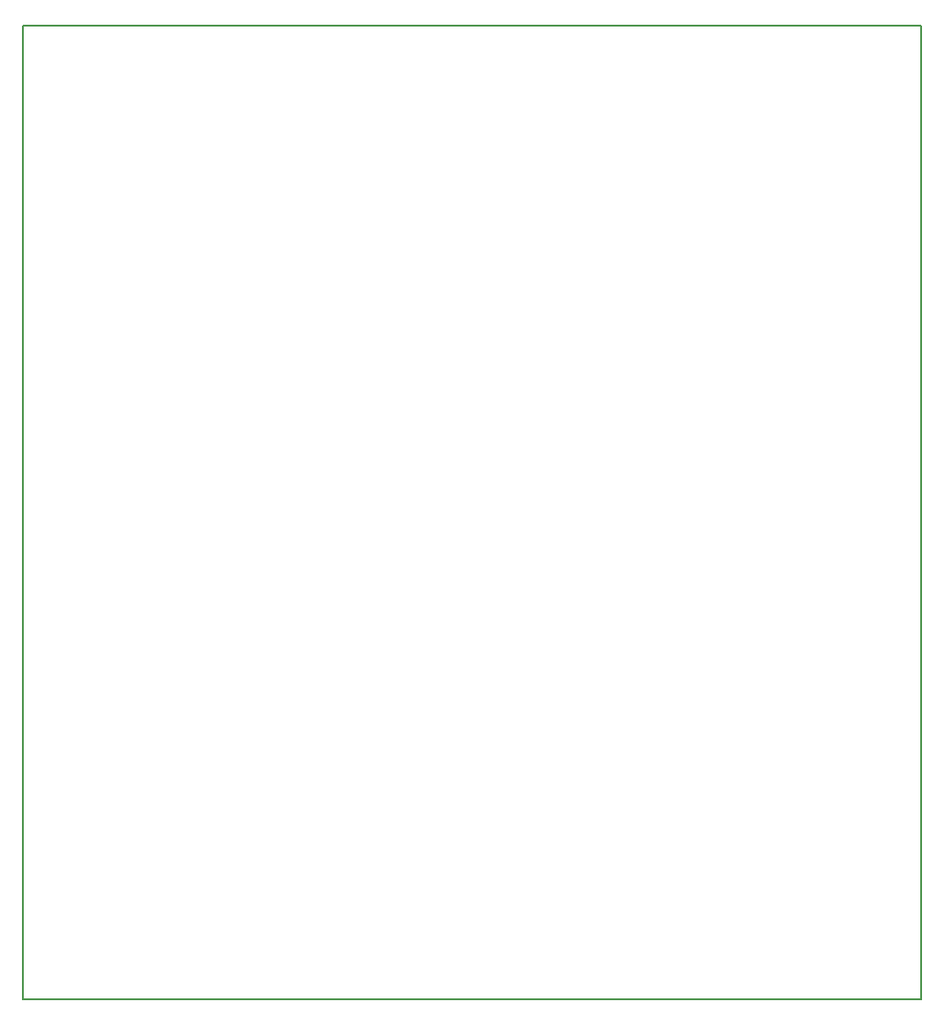
<source format=gbr>
G04 DipTrace 3.3.1.3*
G04 BoardOutline.gbr*
%MOIN*%
G04 #@! TF.FileFunction,Profile*
G04 #@! TF.Part,Single*
%ADD11C,0.005512*%
%FSLAX26Y26*%
G04*
G70*
G90*
G75*
G01*
G04 BoardOutline*
%LPD*%
X393701Y393701D2*
D11*
X3661417D1*
Y3937008D1*
X393701D1*
Y393701D1*
M02*

</source>
